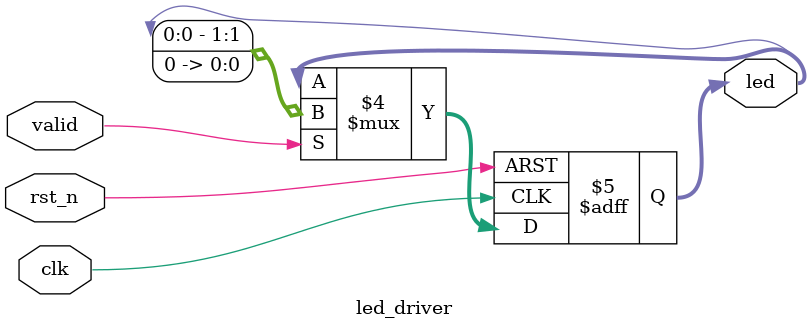
<source format=v>
module led_driver (
    input               clk,
    input               rst_n,
    input               valid,
    output reg [1:0]    led
);

    always @(posedge clk, negedge rst_n) begin
        if (!rst_n) begin
            led <= 2'd0;
        end
        else begin
            led <= valid ? led << 1'b1 : led;
        end
    end
    
endmodule
</source>
